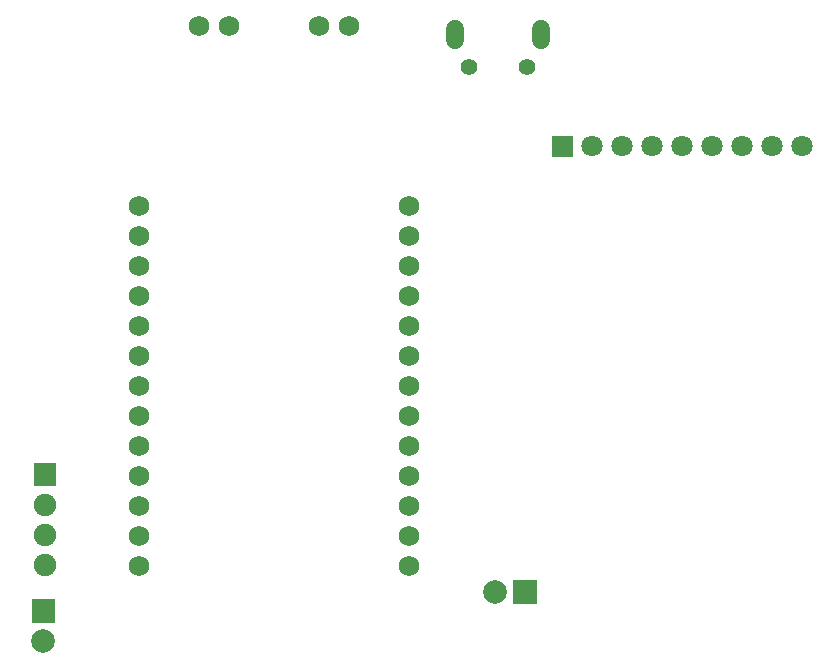
<source format=gbs>
G04 Layer: BottomSolderMaskLayer*
G04 EasyEDA v6.4.20.6, 2021-07-28T11:41:20--4:00*
G04 2421fe4ad3c6477fbea3b4fc35478b58,7db2125e4611476bb2993bf99425ef50,10*
G04 Gerber Generator version 0.2*
G04 Scale: 100 percent, Rotated: No, Reflected: No *
G04 Dimensions in millimeters *
G04 leading zeros omitted , absolute positions ,4 integer and 5 decimal *
%FSLAX45Y45*%
%MOMM*%

%ADD32C,1.5032*%
%ADD35C,1.8032*%
%ADD38C,1.9032*%
%ADD39C,1.7272*%
%ADD40C,2.0032*%
%ADD46C,1.4032*%

%LPD*%
D32*
X4514291Y-7202873D02*
G01*
X4514291Y-7112873D01*
X5239308Y-7202873D02*
G01*
X5239308Y-7112873D01*
G36*
X5332729Y-8192770D02*
G01*
X5332729Y-8012429D01*
X5513070Y-8012429D01*
X5513070Y-8192770D01*
G37*
D35*
G01*
X5676900Y-8102600D03*
G01*
X5930900Y-8102600D03*
G01*
X6184900Y-8102600D03*
G01*
X6438900Y-8102600D03*
G01*
X6692900Y-8102600D03*
G01*
X6946900Y-8102600D03*
G01*
X7200900Y-8102600D03*
G01*
X7454900Y-8102600D03*
G36*
X946150Y-10979150D02*
G01*
X946150Y-10788650D01*
X1136650Y-10788650D01*
X1136650Y-10979150D01*
G37*
D38*
G01*
X1041400Y-11137900D03*
G01*
X1041400Y-11391900D03*
G01*
X1041400Y-11645900D03*
D39*
G01*
X4127500Y-8610600D03*
G01*
X4127500Y-8864600D03*
G01*
X4127500Y-9118600D03*
G01*
X4127500Y-9372600D03*
G01*
X4127500Y-9626600D03*
G01*
X4127500Y-9880600D03*
G01*
X4127500Y-10134600D03*
G01*
X4127500Y-10388600D03*
G01*
X4127500Y-10642600D03*
G01*
X4127500Y-10896600D03*
G01*
X4127500Y-11150600D03*
G01*
X4127500Y-11404600D03*
G01*
X4127500Y-11658600D03*
G01*
X1841500Y-8610600D03*
G01*
X1841500Y-8864600D03*
G01*
X1841500Y-9118600D03*
G01*
X1841500Y-9372600D03*
G01*
X1841500Y-9626600D03*
G01*
X1841500Y-9880600D03*
G01*
X1841500Y-10134600D03*
G01*
X1841500Y-10388600D03*
G01*
X1841500Y-10642600D03*
G01*
X1841500Y-10896600D03*
G01*
X1841500Y-11150600D03*
G01*
X1841500Y-11404600D03*
G01*
X1841500Y-11658600D03*
G01*
X3619500Y-7086600D03*
G01*
X3365500Y-7086600D03*
G01*
X2603500Y-7086600D03*
G01*
X2349500Y-7086600D03*
D40*
G01*
X1028700Y-12293600D03*
G36*
X928623Y-12139676D02*
G01*
X928623Y-11939524D01*
X1128776Y-11939524D01*
X1128776Y-12139676D01*
G37*
G01*
X4851400Y-11874500D03*
G36*
X5005324Y-11974576D02*
G01*
X5005324Y-11774424D01*
X5205475Y-11774424D01*
X5205475Y-11974576D01*
G37*
D46*
G01*
X5119293Y-7427874D03*
G01*
X4634306Y-7427874D03*
M02*

</source>
